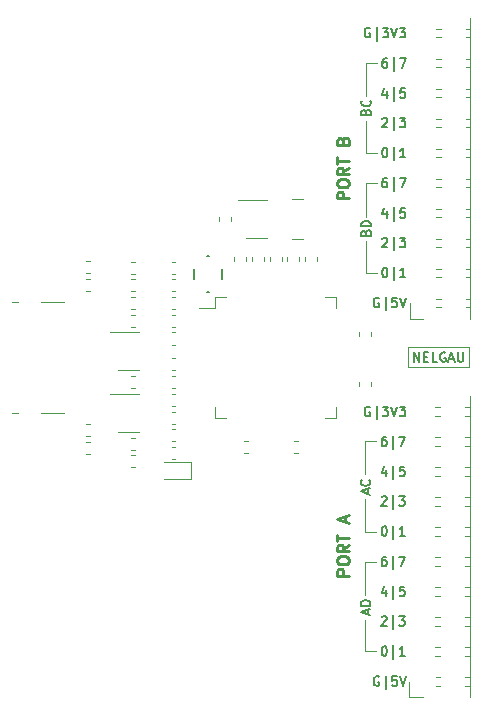
<source format=gbr>
G04 #@! TF.GenerationSoftware,KiCad,Pcbnew,(5.1.6-0-10_14)*
G04 #@! TF.CreationDate,2020-09-25T04:26:35-07:00*
G04 #@! TF.ProjectId,FT2232H_USB-C_to_2x10_1.27_F_RA,46543232-3332-4485-9f55-53422d435f74,rev?*
G04 #@! TF.SameCoordinates,Original*
G04 #@! TF.FileFunction,Legend,Top*
G04 #@! TF.FilePolarity,Positive*
%FSLAX46Y46*%
G04 Gerber Fmt 4.6, Leading zero omitted, Abs format (unit mm)*
G04 Created by KiCad (PCBNEW (5.1.6-0-10_14)) date 2020-09-25 04:26:35*
%MOMM*%
%LPD*%
G01*
G04 APERTURE LIST*
%ADD10C,0.250000*%
%ADD11C,0.120000*%
%ADD12C,0.153000*%
%ADD13C,0.150000*%
%ADD14C,0.200000*%
G04 APERTURE END LIST*
D10*
X167202380Y-115504190D02*
X166202380Y-115504190D01*
X166202380Y-115123238D01*
X166250000Y-115028000D01*
X166297619Y-114980380D01*
X166392857Y-114932761D01*
X166535714Y-114932761D01*
X166630952Y-114980380D01*
X166678571Y-115028000D01*
X166726190Y-115123238D01*
X166726190Y-115504190D01*
X166202380Y-114313714D02*
X166202380Y-114123238D01*
X166250000Y-114028000D01*
X166345238Y-113932761D01*
X166535714Y-113885142D01*
X166869047Y-113885142D01*
X167059523Y-113932761D01*
X167154761Y-114028000D01*
X167202380Y-114123238D01*
X167202380Y-114313714D01*
X167154761Y-114408952D01*
X167059523Y-114504190D01*
X166869047Y-114551809D01*
X166535714Y-114551809D01*
X166345238Y-114504190D01*
X166250000Y-114408952D01*
X166202380Y-114313714D01*
X167202380Y-112885142D02*
X166726190Y-113218476D01*
X167202380Y-113456571D02*
X166202380Y-113456571D01*
X166202380Y-113075619D01*
X166250000Y-112980380D01*
X166297619Y-112932761D01*
X166392857Y-112885142D01*
X166535714Y-112885142D01*
X166630952Y-112932761D01*
X166678571Y-112980380D01*
X166726190Y-113075619D01*
X166726190Y-113456571D01*
X166202380Y-112599428D02*
X166202380Y-112028000D01*
X167202380Y-112313714D02*
X166202380Y-112313714D01*
X166916666Y-110980380D02*
X166916666Y-110504190D01*
X167202380Y-111075619D02*
X166202380Y-110742285D01*
X167202380Y-110408952D01*
X167202380Y-83575619D02*
X166202380Y-83575619D01*
X166202380Y-83194666D01*
X166250000Y-83099428D01*
X166297619Y-83051809D01*
X166392857Y-83004190D01*
X166535714Y-83004190D01*
X166630952Y-83051809D01*
X166678571Y-83099428D01*
X166726190Y-83194666D01*
X166726190Y-83575619D01*
X166202380Y-82385142D02*
X166202380Y-82194666D01*
X166250000Y-82099428D01*
X166345238Y-82004190D01*
X166535714Y-81956571D01*
X166869047Y-81956571D01*
X167059523Y-82004190D01*
X167154761Y-82099428D01*
X167202380Y-82194666D01*
X167202380Y-82385142D01*
X167154761Y-82480380D01*
X167059523Y-82575619D01*
X166869047Y-82623238D01*
X166535714Y-82623238D01*
X166345238Y-82575619D01*
X166250000Y-82480380D01*
X166202380Y-82385142D01*
X167202380Y-80956571D02*
X166726190Y-81289904D01*
X167202380Y-81528000D02*
X166202380Y-81528000D01*
X166202380Y-81147047D01*
X166250000Y-81051809D01*
X166297619Y-81004190D01*
X166392857Y-80956571D01*
X166535714Y-80956571D01*
X166630952Y-81004190D01*
X166678571Y-81051809D01*
X166726190Y-81147047D01*
X166726190Y-81528000D01*
X166202380Y-80670857D02*
X166202380Y-80099428D01*
X167202380Y-80385142D02*
X166202380Y-80385142D01*
X166678571Y-78670857D02*
X166726190Y-78528000D01*
X166773809Y-78480380D01*
X166869047Y-78432761D01*
X167011904Y-78432761D01*
X167107142Y-78480380D01*
X167154761Y-78528000D01*
X167202380Y-78623238D01*
X167202380Y-79004190D01*
X166202380Y-79004190D01*
X166202380Y-78670857D01*
X166250000Y-78575619D01*
X166297619Y-78528000D01*
X166392857Y-78480380D01*
X166488095Y-78480380D01*
X166583333Y-78528000D01*
X166630952Y-78575619D01*
X166678571Y-78670857D01*
X166678571Y-79004190D01*
D11*
X168600000Y-114328000D02*
X169500000Y-114328000D01*
X168600000Y-106928000D02*
X168600000Y-104128000D01*
X168600000Y-121928000D02*
X169500000Y-121928000D01*
X168600000Y-104128000D02*
X169500000Y-104128000D01*
X168600000Y-111778000D02*
X169500000Y-111778000D01*
X168600000Y-117178000D02*
X168600000Y-114328000D01*
X168600000Y-109028000D02*
X168600000Y-111778000D01*
X168600000Y-119228000D02*
X168600000Y-121928000D01*
D12*
X169967216Y-108866095D02*
X170005311Y-108828000D01*
X170081502Y-108789904D01*
X170271978Y-108789904D01*
X170348169Y-108828000D01*
X170386264Y-108866095D01*
X170424359Y-108942285D01*
X170424359Y-109018476D01*
X170386264Y-109132761D01*
X169929121Y-109589904D01*
X170424359Y-109589904D01*
X170957692Y-109856571D02*
X170957692Y-108713714D01*
X171452930Y-108789904D02*
X171948169Y-108789904D01*
X171681502Y-109094666D01*
X171795788Y-109094666D01*
X171871978Y-109132761D01*
X171910073Y-109170857D01*
X171948169Y-109247047D01*
X171948169Y-109437523D01*
X171910073Y-109513714D01*
X171871978Y-109551809D01*
X171795788Y-109589904D01*
X171567216Y-109589904D01*
X171491026Y-109551809D01*
X171452930Y-109513714D01*
X170348169Y-103739904D02*
X170195788Y-103739904D01*
X170119597Y-103778000D01*
X170081502Y-103816095D01*
X170005311Y-103930380D01*
X169967216Y-104082761D01*
X169967216Y-104387523D01*
X170005311Y-104463714D01*
X170043407Y-104501809D01*
X170119597Y-104539904D01*
X170271978Y-104539904D01*
X170348169Y-104501809D01*
X170386264Y-104463714D01*
X170424359Y-104387523D01*
X170424359Y-104197047D01*
X170386264Y-104120857D01*
X170348169Y-104082761D01*
X170271978Y-104044666D01*
X170119597Y-104044666D01*
X170043407Y-104082761D01*
X170005311Y-104120857D01*
X169967216Y-104197047D01*
X170957692Y-104806571D02*
X170957692Y-103663714D01*
X171452930Y-103739904D02*
X171986264Y-103739904D01*
X171643407Y-104539904D01*
D13*
X168783333Y-118768476D02*
X168783333Y-118387523D01*
X169011904Y-118844666D02*
X168211904Y-118578000D01*
X169011904Y-118311333D01*
X169011904Y-118044666D02*
X168211904Y-118044666D01*
X168211904Y-117854190D01*
X168250000Y-117739904D01*
X168326190Y-117663714D01*
X168402380Y-117625619D01*
X168554761Y-117587523D01*
X168669047Y-117587523D01*
X168821428Y-117625619D01*
X168897619Y-117663714D01*
X168973809Y-117739904D01*
X169011904Y-117854190D01*
X169011904Y-118044666D01*
D12*
X170157692Y-121489904D02*
X170233883Y-121489904D01*
X170310073Y-121528000D01*
X170348169Y-121566095D01*
X170386264Y-121642285D01*
X170424359Y-121794666D01*
X170424359Y-121985142D01*
X170386264Y-122137523D01*
X170348169Y-122213714D01*
X170310073Y-122251809D01*
X170233883Y-122289904D01*
X170157692Y-122289904D01*
X170081502Y-122251809D01*
X170043407Y-122213714D01*
X170005311Y-122137523D01*
X169967216Y-121985142D01*
X169967216Y-121794666D01*
X170005311Y-121642285D01*
X170043407Y-121566095D01*
X170081502Y-121528000D01*
X170157692Y-121489904D01*
X170957692Y-122556571D02*
X170957692Y-121413714D01*
X171948169Y-122289904D02*
X171491026Y-122289904D01*
X171719597Y-122289904D02*
X171719597Y-121489904D01*
X171643407Y-121604190D01*
X171567216Y-121680380D01*
X171491026Y-121718476D01*
D13*
X168783333Y-108568476D02*
X168783333Y-108187523D01*
X169011904Y-108644666D02*
X168211904Y-108378000D01*
X169011904Y-108111333D01*
X168935714Y-107387523D02*
X168973809Y-107425619D01*
X169011904Y-107539904D01*
X169011904Y-107616095D01*
X168973809Y-107730380D01*
X168897619Y-107806571D01*
X168821428Y-107844666D01*
X168669047Y-107882761D01*
X168554761Y-107882761D01*
X168402380Y-107844666D01*
X168326190Y-107806571D01*
X168250000Y-107730380D01*
X168211904Y-107616095D01*
X168211904Y-107539904D01*
X168250000Y-107425619D01*
X168288095Y-107387523D01*
D12*
X170348169Y-106556571D02*
X170348169Y-107089904D01*
X170157692Y-106251809D02*
X169967216Y-106823238D01*
X170462454Y-106823238D01*
X170957692Y-107356571D02*
X170957692Y-106213714D01*
X171910073Y-106289904D02*
X171529121Y-106289904D01*
X171491026Y-106670857D01*
X171529121Y-106632761D01*
X171605311Y-106594666D01*
X171795788Y-106594666D01*
X171871978Y-106632761D01*
X171910073Y-106670857D01*
X171948169Y-106747047D01*
X171948169Y-106937523D01*
X171910073Y-107013714D01*
X171871978Y-107051809D01*
X171795788Y-107089904D01*
X171605311Y-107089904D01*
X171529121Y-107051809D01*
X171491026Y-107013714D01*
X170348169Y-116706571D02*
X170348169Y-117239904D01*
X170157692Y-116401809D02*
X169967216Y-116973238D01*
X170462454Y-116973238D01*
X170957692Y-117506571D02*
X170957692Y-116363714D01*
X171910073Y-116439904D02*
X171529121Y-116439904D01*
X171491026Y-116820857D01*
X171529121Y-116782761D01*
X171605311Y-116744666D01*
X171795788Y-116744666D01*
X171871978Y-116782761D01*
X171910073Y-116820857D01*
X171948169Y-116897047D01*
X171948169Y-117087523D01*
X171910073Y-117163714D01*
X171871978Y-117201809D01*
X171795788Y-117239904D01*
X171605311Y-117239904D01*
X171529121Y-117201809D01*
X171491026Y-117163714D01*
X169967216Y-119016095D02*
X170005311Y-118978000D01*
X170081502Y-118939904D01*
X170271978Y-118939904D01*
X170348169Y-118978000D01*
X170386264Y-119016095D01*
X170424359Y-119092285D01*
X170424359Y-119168476D01*
X170386264Y-119282761D01*
X169929121Y-119739904D01*
X170424359Y-119739904D01*
X170957692Y-120006571D02*
X170957692Y-118863714D01*
X171452930Y-118939904D02*
X171948169Y-118939904D01*
X171681502Y-119244666D01*
X171795788Y-119244666D01*
X171871978Y-119282761D01*
X171910073Y-119320857D01*
X171948169Y-119397047D01*
X171948169Y-119587523D01*
X171910073Y-119663714D01*
X171871978Y-119701809D01*
X171795788Y-119739904D01*
X171567216Y-119739904D01*
X171491026Y-119701809D01*
X171452930Y-119663714D01*
X170157692Y-111339904D02*
X170233883Y-111339904D01*
X170310073Y-111378000D01*
X170348169Y-111416095D01*
X170386264Y-111492285D01*
X170424359Y-111644666D01*
X170424359Y-111835142D01*
X170386264Y-111987523D01*
X170348169Y-112063714D01*
X170310073Y-112101809D01*
X170233883Y-112139904D01*
X170157692Y-112139904D01*
X170081502Y-112101809D01*
X170043407Y-112063714D01*
X170005311Y-111987523D01*
X169967216Y-111835142D01*
X169967216Y-111644666D01*
X170005311Y-111492285D01*
X170043407Y-111416095D01*
X170081502Y-111378000D01*
X170157692Y-111339904D01*
X170957692Y-112406571D02*
X170957692Y-111263714D01*
X171948169Y-112139904D02*
X171491026Y-112139904D01*
X171719597Y-112139904D02*
X171719597Y-111339904D01*
X171643407Y-111454190D01*
X171567216Y-111530380D01*
X171491026Y-111568476D01*
X170348169Y-113889904D02*
X170195788Y-113889904D01*
X170119597Y-113928000D01*
X170081502Y-113966095D01*
X170005311Y-114080380D01*
X169967216Y-114232761D01*
X169967216Y-114537523D01*
X170005311Y-114613714D01*
X170043407Y-114651809D01*
X170119597Y-114689904D01*
X170271978Y-114689904D01*
X170348169Y-114651809D01*
X170386264Y-114613714D01*
X170424359Y-114537523D01*
X170424359Y-114347047D01*
X170386264Y-114270857D01*
X170348169Y-114232761D01*
X170271978Y-114194666D01*
X170119597Y-114194666D01*
X170043407Y-114232761D01*
X170005311Y-114270857D01*
X169967216Y-114347047D01*
X170957692Y-114956571D02*
X170957692Y-113813714D01*
X171452930Y-113889904D02*
X171986264Y-113889904D01*
X171643407Y-114689904D01*
D11*
X168650000Y-89878000D02*
X169550000Y-89878000D01*
X168650000Y-87178000D02*
X168650000Y-89878000D01*
X168650000Y-82278000D02*
X169550000Y-82278000D01*
X168650000Y-85128000D02*
X168650000Y-82278000D01*
X168650000Y-79728000D02*
X169550000Y-79728000D01*
X168650000Y-76978000D02*
X168650000Y-79728000D01*
X168650000Y-72078000D02*
X169550000Y-72078000D01*
X168650000Y-74878000D02*
X168650000Y-72078000D01*
D13*
X168642857Y-86470857D02*
X168680952Y-86356571D01*
X168719047Y-86318476D01*
X168795238Y-86280380D01*
X168909523Y-86280380D01*
X168985714Y-86318476D01*
X169023809Y-86356571D01*
X169061904Y-86432761D01*
X169061904Y-86737523D01*
X168261904Y-86737523D01*
X168261904Y-86470857D01*
X168300000Y-86394666D01*
X168338095Y-86356571D01*
X168414285Y-86318476D01*
X168490476Y-86318476D01*
X168566666Y-86356571D01*
X168604761Y-86394666D01*
X168642857Y-86470857D01*
X168642857Y-86737523D01*
X169061904Y-85937523D02*
X168261904Y-85937523D01*
X168261904Y-85747047D01*
X168300000Y-85632761D01*
X168376190Y-85556571D01*
X168452380Y-85518476D01*
X168604761Y-85480380D01*
X168719047Y-85480380D01*
X168871428Y-85518476D01*
X168947619Y-85556571D01*
X169023809Y-85632761D01*
X169061904Y-85747047D01*
X169061904Y-85937523D01*
X168642857Y-76270857D02*
X168680952Y-76156571D01*
X168719047Y-76118476D01*
X168795238Y-76080380D01*
X168909523Y-76080380D01*
X168985714Y-76118476D01*
X169023809Y-76156571D01*
X169061904Y-76232761D01*
X169061904Y-76537523D01*
X168261904Y-76537523D01*
X168261904Y-76270857D01*
X168300000Y-76194666D01*
X168338095Y-76156571D01*
X168414285Y-76118476D01*
X168490476Y-76118476D01*
X168566666Y-76156571D01*
X168604761Y-76194666D01*
X168642857Y-76270857D01*
X168642857Y-76537523D01*
X168985714Y-75280380D02*
X169023809Y-75318476D01*
X169061904Y-75432761D01*
X169061904Y-75508952D01*
X169023809Y-75623238D01*
X168947619Y-75699428D01*
X168871428Y-75737523D01*
X168719047Y-75775619D01*
X168604761Y-75775619D01*
X168452380Y-75737523D01*
X168376190Y-75699428D01*
X168300000Y-75623238D01*
X168261904Y-75508952D01*
X168261904Y-75432761D01*
X168300000Y-75318476D01*
X168338095Y-75280380D01*
D12*
X169750550Y-124078000D02*
X169674359Y-124039904D01*
X169560073Y-124039904D01*
X169445788Y-124078000D01*
X169369597Y-124154190D01*
X169331502Y-124230380D01*
X169293407Y-124382761D01*
X169293407Y-124497047D01*
X169331502Y-124649428D01*
X169369597Y-124725619D01*
X169445788Y-124801809D01*
X169560073Y-124839904D01*
X169636264Y-124839904D01*
X169750550Y-124801809D01*
X169788645Y-124763714D01*
X169788645Y-124497047D01*
X169636264Y-124497047D01*
X170321978Y-125106571D02*
X170321978Y-123963714D01*
X171274359Y-124039904D02*
X170893407Y-124039904D01*
X170855311Y-124420857D01*
X170893407Y-124382761D01*
X170969597Y-124344666D01*
X171160073Y-124344666D01*
X171236264Y-124382761D01*
X171274359Y-124420857D01*
X171312454Y-124497047D01*
X171312454Y-124687523D01*
X171274359Y-124763714D01*
X171236264Y-124801809D01*
X171160073Y-124839904D01*
X170969597Y-124839904D01*
X170893407Y-124801809D01*
X170855311Y-124763714D01*
X171541026Y-124039904D02*
X171807692Y-124839904D01*
X172074359Y-124039904D01*
X168988645Y-101228000D02*
X168912454Y-101189904D01*
X168798169Y-101189904D01*
X168683883Y-101228000D01*
X168607692Y-101304190D01*
X168569597Y-101380380D01*
X168531502Y-101532761D01*
X168531502Y-101647047D01*
X168569597Y-101799428D01*
X168607692Y-101875619D01*
X168683883Y-101951809D01*
X168798169Y-101989904D01*
X168874359Y-101989904D01*
X168988645Y-101951809D01*
X169026740Y-101913714D01*
X169026740Y-101647047D01*
X168874359Y-101647047D01*
X169560073Y-102256571D02*
X169560073Y-101113714D01*
X170055311Y-101189904D02*
X170550550Y-101189904D01*
X170283883Y-101494666D01*
X170398169Y-101494666D01*
X170474359Y-101532761D01*
X170512454Y-101570857D01*
X170550550Y-101647047D01*
X170550550Y-101837523D01*
X170512454Y-101913714D01*
X170474359Y-101951809D01*
X170398169Y-101989904D01*
X170169597Y-101989904D01*
X170093407Y-101951809D01*
X170055311Y-101913714D01*
X170779121Y-101189904D02*
X171045788Y-101989904D01*
X171312454Y-101189904D01*
X171502930Y-101189904D02*
X171998169Y-101189904D01*
X171731502Y-101494666D01*
X171845788Y-101494666D01*
X171921978Y-101532761D01*
X171960073Y-101570857D01*
X171998169Y-101647047D01*
X171998169Y-101837523D01*
X171960073Y-101913714D01*
X171921978Y-101951809D01*
X171845788Y-101989904D01*
X171617216Y-101989904D01*
X171541026Y-101951809D01*
X171502930Y-101913714D01*
X169750550Y-92028000D02*
X169674359Y-91989904D01*
X169560073Y-91989904D01*
X169445788Y-92028000D01*
X169369597Y-92104190D01*
X169331502Y-92180380D01*
X169293407Y-92332761D01*
X169293407Y-92447047D01*
X169331502Y-92599428D01*
X169369597Y-92675619D01*
X169445788Y-92751809D01*
X169560073Y-92789904D01*
X169636264Y-92789904D01*
X169750550Y-92751809D01*
X169788645Y-92713714D01*
X169788645Y-92447047D01*
X169636264Y-92447047D01*
X170321978Y-93056571D02*
X170321978Y-91913714D01*
X171274359Y-91989904D02*
X170893407Y-91989904D01*
X170855311Y-92370857D01*
X170893407Y-92332761D01*
X170969597Y-92294666D01*
X171160073Y-92294666D01*
X171236264Y-92332761D01*
X171274359Y-92370857D01*
X171312454Y-92447047D01*
X171312454Y-92637523D01*
X171274359Y-92713714D01*
X171236264Y-92751809D01*
X171160073Y-92789904D01*
X170969597Y-92789904D01*
X170893407Y-92751809D01*
X170855311Y-92713714D01*
X171541026Y-91989904D02*
X171807692Y-92789904D01*
X172074359Y-91989904D01*
X168988645Y-69178000D02*
X168912454Y-69139904D01*
X168798169Y-69139904D01*
X168683883Y-69178000D01*
X168607692Y-69254190D01*
X168569597Y-69330380D01*
X168531502Y-69482761D01*
X168531502Y-69597047D01*
X168569597Y-69749428D01*
X168607692Y-69825619D01*
X168683883Y-69901809D01*
X168798169Y-69939904D01*
X168874359Y-69939904D01*
X168988645Y-69901809D01*
X169026740Y-69863714D01*
X169026740Y-69597047D01*
X168874359Y-69597047D01*
X169560073Y-70206571D02*
X169560073Y-69063714D01*
X170055311Y-69139904D02*
X170550550Y-69139904D01*
X170283883Y-69444666D01*
X170398169Y-69444666D01*
X170474359Y-69482761D01*
X170512454Y-69520857D01*
X170550550Y-69597047D01*
X170550550Y-69787523D01*
X170512454Y-69863714D01*
X170474359Y-69901809D01*
X170398169Y-69939904D01*
X170169597Y-69939904D01*
X170093407Y-69901809D01*
X170055311Y-69863714D01*
X170779121Y-69139904D02*
X171045788Y-69939904D01*
X171312454Y-69139904D01*
X171502930Y-69139904D02*
X171998169Y-69139904D01*
X171731502Y-69444666D01*
X171845788Y-69444666D01*
X171921978Y-69482761D01*
X171960073Y-69520857D01*
X171998169Y-69597047D01*
X171998169Y-69787523D01*
X171960073Y-69863714D01*
X171921978Y-69901809D01*
X171845788Y-69939904D01*
X171617216Y-69939904D01*
X171541026Y-69901809D01*
X171502930Y-69863714D01*
X170017216Y-86966095D02*
X170055311Y-86928000D01*
X170131502Y-86889904D01*
X170321978Y-86889904D01*
X170398169Y-86928000D01*
X170436264Y-86966095D01*
X170474359Y-87042285D01*
X170474359Y-87118476D01*
X170436264Y-87232761D01*
X169979121Y-87689904D01*
X170474359Y-87689904D01*
X171007692Y-87956571D02*
X171007692Y-86813714D01*
X171502930Y-86889904D02*
X171998169Y-86889904D01*
X171731502Y-87194666D01*
X171845788Y-87194666D01*
X171921978Y-87232761D01*
X171960073Y-87270857D01*
X171998169Y-87347047D01*
X171998169Y-87537523D01*
X171960073Y-87613714D01*
X171921978Y-87651809D01*
X171845788Y-87689904D01*
X171617216Y-87689904D01*
X171541026Y-87651809D01*
X171502930Y-87613714D01*
X170398169Y-81839904D02*
X170245788Y-81839904D01*
X170169597Y-81878000D01*
X170131502Y-81916095D01*
X170055311Y-82030380D01*
X170017216Y-82182761D01*
X170017216Y-82487523D01*
X170055311Y-82563714D01*
X170093407Y-82601809D01*
X170169597Y-82639904D01*
X170321978Y-82639904D01*
X170398169Y-82601809D01*
X170436264Y-82563714D01*
X170474359Y-82487523D01*
X170474359Y-82297047D01*
X170436264Y-82220857D01*
X170398169Y-82182761D01*
X170321978Y-82144666D01*
X170169597Y-82144666D01*
X170093407Y-82182761D01*
X170055311Y-82220857D01*
X170017216Y-82297047D01*
X171007692Y-82906571D02*
X171007692Y-81763714D01*
X171502930Y-81839904D02*
X172036264Y-81839904D01*
X171693407Y-82639904D01*
X170398169Y-84656571D02*
X170398169Y-85189904D01*
X170207692Y-84351809D02*
X170017216Y-84923238D01*
X170512454Y-84923238D01*
X171007692Y-85456571D02*
X171007692Y-84313714D01*
X171960073Y-84389904D02*
X171579121Y-84389904D01*
X171541026Y-84770857D01*
X171579121Y-84732761D01*
X171655311Y-84694666D01*
X171845788Y-84694666D01*
X171921978Y-84732761D01*
X171960073Y-84770857D01*
X171998169Y-84847047D01*
X171998169Y-85037523D01*
X171960073Y-85113714D01*
X171921978Y-85151809D01*
X171845788Y-85189904D01*
X171655311Y-85189904D01*
X171579121Y-85151809D01*
X171541026Y-85113714D01*
X170207692Y-79289904D02*
X170283883Y-79289904D01*
X170360073Y-79328000D01*
X170398169Y-79366095D01*
X170436264Y-79442285D01*
X170474359Y-79594666D01*
X170474359Y-79785142D01*
X170436264Y-79937523D01*
X170398169Y-80013714D01*
X170360073Y-80051809D01*
X170283883Y-80089904D01*
X170207692Y-80089904D01*
X170131502Y-80051809D01*
X170093407Y-80013714D01*
X170055311Y-79937523D01*
X170017216Y-79785142D01*
X170017216Y-79594666D01*
X170055311Y-79442285D01*
X170093407Y-79366095D01*
X170131502Y-79328000D01*
X170207692Y-79289904D01*
X171007692Y-80356571D02*
X171007692Y-79213714D01*
X171998169Y-80089904D02*
X171541026Y-80089904D01*
X171769597Y-80089904D02*
X171769597Y-79289904D01*
X171693407Y-79404190D01*
X171617216Y-79480380D01*
X171541026Y-79518476D01*
X170017216Y-76816095D02*
X170055311Y-76778000D01*
X170131502Y-76739904D01*
X170321978Y-76739904D01*
X170398169Y-76778000D01*
X170436264Y-76816095D01*
X170474359Y-76892285D01*
X170474359Y-76968476D01*
X170436264Y-77082761D01*
X169979121Y-77539904D01*
X170474359Y-77539904D01*
X171007692Y-77806571D02*
X171007692Y-76663714D01*
X171502930Y-76739904D02*
X171998169Y-76739904D01*
X171731502Y-77044666D01*
X171845788Y-77044666D01*
X171921978Y-77082761D01*
X171960073Y-77120857D01*
X171998169Y-77197047D01*
X171998169Y-77387523D01*
X171960073Y-77463714D01*
X171921978Y-77501809D01*
X171845788Y-77539904D01*
X171617216Y-77539904D01*
X171541026Y-77501809D01*
X171502930Y-77463714D01*
X170398169Y-74506571D02*
X170398169Y-75039904D01*
X170207692Y-74201809D02*
X170017216Y-74773238D01*
X170512454Y-74773238D01*
X171007692Y-75306571D02*
X171007692Y-74163714D01*
X171960073Y-74239904D02*
X171579121Y-74239904D01*
X171541026Y-74620857D01*
X171579121Y-74582761D01*
X171655311Y-74544666D01*
X171845788Y-74544666D01*
X171921978Y-74582761D01*
X171960073Y-74620857D01*
X171998169Y-74697047D01*
X171998169Y-74887523D01*
X171960073Y-74963714D01*
X171921978Y-75001809D01*
X171845788Y-75039904D01*
X171655311Y-75039904D01*
X171579121Y-75001809D01*
X171541026Y-74963714D01*
X170207692Y-89439904D02*
X170283883Y-89439904D01*
X170360073Y-89478000D01*
X170398169Y-89516095D01*
X170436264Y-89592285D01*
X170474359Y-89744666D01*
X170474359Y-89935142D01*
X170436264Y-90087523D01*
X170398169Y-90163714D01*
X170360073Y-90201809D01*
X170283883Y-90239904D01*
X170207692Y-90239904D01*
X170131502Y-90201809D01*
X170093407Y-90163714D01*
X170055311Y-90087523D01*
X170017216Y-89935142D01*
X170017216Y-89744666D01*
X170055311Y-89592285D01*
X170093407Y-89516095D01*
X170131502Y-89478000D01*
X170207692Y-89439904D01*
X171007692Y-90506571D02*
X171007692Y-89363714D01*
X171998169Y-90239904D02*
X171541026Y-90239904D01*
X171769597Y-90239904D02*
X171769597Y-89439904D01*
X171693407Y-89554190D01*
X171617216Y-89630380D01*
X171541026Y-89668476D01*
X170398169Y-71689904D02*
X170245788Y-71689904D01*
X170169597Y-71728000D01*
X170131502Y-71766095D01*
X170055311Y-71880380D01*
X170017216Y-72032761D01*
X170017216Y-72337523D01*
X170055311Y-72413714D01*
X170093407Y-72451809D01*
X170169597Y-72489904D01*
X170321978Y-72489904D01*
X170398169Y-72451809D01*
X170436264Y-72413714D01*
X170474359Y-72337523D01*
X170474359Y-72147047D01*
X170436264Y-72070857D01*
X170398169Y-72032761D01*
X170321978Y-71994666D01*
X170169597Y-71994666D01*
X170093407Y-72032761D01*
X170055311Y-72070857D01*
X170017216Y-72147047D01*
X171007692Y-72756571D02*
X171007692Y-71613714D01*
X171502930Y-71689904D02*
X172036264Y-71689904D01*
X171693407Y-72489904D01*
D11*
X147650000Y-103338000D02*
X149450000Y-103338000D01*
X149450000Y-100118000D02*
X147000000Y-100118000D01*
X152187221Y-103118000D02*
X152512779Y-103118000D01*
X152187221Y-104138000D02*
X152512779Y-104138000D01*
X143100000Y-101728000D02*
X141100000Y-101728000D01*
X139200000Y-101728000D02*
X138700000Y-101728000D01*
X143100000Y-92328000D02*
X141100000Y-92328000D01*
X139200000Y-92328000D02*
X138700000Y-92328000D01*
X144937221Y-90368000D02*
X145262779Y-90368000D01*
X144937221Y-91388000D02*
X145262779Y-91388000D01*
X144937221Y-88868000D02*
X145262779Y-88868000D01*
X144937221Y-89888000D02*
X145262779Y-89888000D01*
X177494000Y-92802000D02*
X177084000Y-92802000D01*
X174984000Y-92802000D02*
X174604000Y-92802000D01*
X177494000Y-92082000D02*
X177084000Y-92082000D01*
X174984000Y-92082000D02*
X174604000Y-92082000D01*
X177494000Y-90262000D02*
X177084000Y-90262000D01*
X174984000Y-90262000D02*
X174544000Y-90262000D01*
X177494000Y-89542000D02*
X177084000Y-89542000D01*
X174984000Y-89542000D02*
X174544000Y-89542000D01*
X177494000Y-87722000D02*
X177084000Y-87722000D01*
X174984000Y-87722000D02*
X174544000Y-87722000D01*
X177494000Y-87002000D02*
X177084000Y-87002000D01*
X174984000Y-87002000D02*
X174544000Y-87002000D01*
X177494000Y-85182000D02*
X177084000Y-85182000D01*
X174984000Y-85182000D02*
X174544000Y-85182000D01*
X177494000Y-84462000D02*
X177084000Y-84462000D01*
X174984000Y-84462000D02*
X174544000Y-84462000D01*
X177494000Y-82642000D02*
X177084000Y-82642000D01*
X174984000Y-82642000D02*
X174544000Y-82642000D01*
X177494000Y-81922000D02*
X177084000Y-81922000D01*
X174984000Y-81922000D02*
X174544000Y-81922000D01*
X177494000Y-80102000D02*
X177084000Y-80102000D01*
X174984000Y-80102000D02*
X174544000Y-80102000D01*
X177494000Y-79382000D02*
X177084000Y-79382000D01*
X174984000Y-79382000D02*
X174544000Y-79382000D01*
X177494000Y-77562000D02*
X177084000Y-77562000D01*
X174984000Y-77562000D02*
X174544000Y-77562000D01*
X177494000Y-76842000D02*
X177084000Y-76842000D01*
X174984000Y-76842000D02*
X174544000Y-76842000D01*
X177494000Y-75022000D02*
X177084000Y-75022000D01*
X174984000Y-75022000D02*
X174544000Y-75022000D01*
X177494000Y-74302000D02*
X177084000Y-74302000D01*
X174984000Y-74302000D02*
X174544000Y-74302000D01*
X177494000Y-72482000D02*
X177084000Y-72482000D01*
X174984000Y-72482000D02*
X174544000Y-72482000D01*
X177494000Y-71762000D02*
X177084000Y-71762000D01*
X174984000Y-71762000D02*
X174544000Y-71762000D01*
X177494000Y-69942000D02*
X177084000Y-69942000D01*
X174984000Y-69942000D02*
X174544000Y-69942000D01*
X177494000Y-69222000D02*
X177084000Y-69222000D01*
X174984000Y-69222000D02*
X174544000Y-69222000D01*
X177494000Y-93772000D02*
X177494000Y-68252000D01*
X172384000Y-93772000D02*
X172384000Y-92442000D01*
X173494000Y-93772000D02*
X172384000Y-93772000D01*
X177444000Y-124834000D02*
X177034000Y-124834000D01*
X174934000Y-124834000D02*
X174554000Y-124834000D01*
X177444000Y-124114000D02*
X177034000Y-124114000D01*
X174934000Y-124114000D02*
X174554000Y-124114000D01*
X177444000Y-122294000D02*
X177034000Y-122294000D01*
X174934000Y-122294000D02*
X174494000Y-122294000D01*
X177444000Y-121574000D02*
X177034000Y-121574000D01*
X174934000Y-121574000D02*
X174494000Y-121574000D01*
X177444000Y-119754000D02*
X177034000Y-119754000D01*
X174934000Y-119754000D02*
X174494000Y-119754000D01*
X177444000Y-119034000D02*
X177034000Y-119034000D01*
X174934000Y-119034000D02*
X174494000Y-119034000D01*
X177444000Y-117214000D02*
X177034000Y-117214000D01*
X174934000Y-117214000D02*
X174494000Y-117214000D01*
X177444000Y-116494000D02*
X177034000Y-116494000D01*
X174934000Y-116494000D02*
X174494000Y-116494000D01*
X177444000Y-114674000D02*
X177034000Y-114674000D01*
X174934000Y-114674000D02*
X174494000Y-114674000D01*
X177444000Y-113954000D02*
X177034000Y-113954000D01*
X174934000Y-113954000D02*
X174494000Y-113954000D01*
X177444000Y-112134000D02*
X177034000Y-112134000D01*
X174934000Y-112134000D02*
X174494000Y-112134000D01*
X177444000Y-111414000D02*
X177034000Y-111414000D01*
X174934000Y-111414000D02*
X174494000Y-111414000D01*
X177444000Y-109594000D02*
X177034000Y-109594000D01*
X174934000Y-109594000D02*
X174494000Y-109594000D01*
X177444000Y-108874000D02*
X177034000Y-108874000D01*
X174934000Y-108874000D02*
X174494000Y-108874000D01*
X177444000Y-107054000D02*
X177034000Y-107054000D01*
X174934000Y-107054000D02*
X174494000Y-107054000D01*
X177444000Y-106334000D02*
X177034000Y-106334000D01*
X174934000Y-106334000D02*
X174494000Y-106334000D01*
X177444000Y-104514000D02*
X177034000Y-104514000D01*
X174934000Y-104514000D02*
X174494000Y-104514000D01*
X177444000Y-103794000D02*
X177034000Y-103794000D01*
X174934000Y-103794000D02*
X174494000Y-103794000D01*
X177444000Y-101974000D02*
X177034000Y-101974000D01*
X174934000Y-101974000D02*
X174494000Y-101974000D01*
X177444000Y-101254000D02*
X177034000Y-101254000D01*
X174934000Y-101254000D02*
X174494000Y-101254000D01*
X177444000Y-125804000D02*
X177444000Y-100284000D01*
X172334000Y-125804000D02*
X172334000Y-124474000D01*
X173444000Y-125804000D02*
X172334000Y-125804000D01*
X172200000Y-96178000D02*
X177400000Y-96178000D01*
X172200000Y-97878000D02*
X177400000Y-97878000D01*
X172200000Y-96178000D02*
X172200000Y-97878000D01*
X177400000Y-96178000D02*
X177400000Y-97878000D01*
X163358147Y-87017010D02*
X162358147Y-87017010D01*
X163358147Y-83657010D02*
X162358147Y-83657010D01*
D14*
X155400000Y-91478000D02*
X155200000Y-91478000D01*
X155400000Y-88478000D02*
X155200000Y-88478000D01*
X156500000Y-89578000D02*
X156500000Y-90378000D01*
X154100000Y-89578000D02*
X154100000Y-90378000D01*
D11*
X147650000Y-98138000D02*
X149450000Y-98138000D01*
X149450000Y-94918000D02*
X147000000Y-94918000D01*
X158458147Y-86947009D02*
X160258147Y-86947009D01*
X160258147Y-83727009D02*
X157808147Y-83727009D01*
X165160000Y-102138000D02*
X166110000Y-102138000D01*
X166110000Y-102138000D02*
X166110000Y-101188000D01*
X156840000Y-102138000D02*
X155890000Y-102138000D01*
X155890000Y-102138000D02*
X155890000Y-101188000D01*
X165160000Y-91918000D02*
X166110000Y-91918000D01*
X166110000Y-91918000D02*
X166110000Y-92868000D01*
X156840000Y-91918000D02*
X155890000Y-91918000D01*
X155890000Y-91918000D02*
X155890000Y-92868000D01*
X155890000Y-92868000D02*
X154550000Y-92868000D01*
X149112779Y-106338000D02*
X148787221Y-106338000D01*
X149112779Y-105318000D02*
X148787221Y-105318000D01*
X158990000Y-88890779D02*
X158990000Y-88565221D01*
X160010000Y-88890779D02*
X160010000Y-88565221D01*
X152512779Y-95938000D02*
X152187221Y-95938000D01*
X152512779Y-94918000D02*
X152187221Y-94918000D01*
X152512779Y-105638000D02*
X152187221Y-105638000D01*
X152512779Y-104618000D02*
X152187221Y-104618000D01*
X144937221Y-104168000D02*
X145262779Y-104168000D01*
X144937221Y-105188000D02*
X145262779Y-105188000D01*
X152512779Y-102638000D02*
X152187221Y-102638000D01*
X152512779Y-101618000D02*
X152187221Y-101618000D01*
X152512779Y-91438000D02*
X152187221Y-91438000D01*
X152512779Y-90418000D02*
X152187221Y-90418000D01*
X149112779Y-92938000D02*
X148787221Y-92938000D01*
X149112779Y-91918000D02*
X148787221Y-91918000D01*
X151550000Y-107363000D02*
X153835000Y-107363000D01*
X153835000Y-107363000D02*
X153835000Y-105893000D01*
X153835000Y-105893000D02*
X151550000Y-105893000D01*
X152512779Y-98138000D02*
X152187221Y-98138000D01*
X152512779Y-97118000D02*
X152187221Y-97118000D01*
X152512779Y-101138000D02*
X152187221Y-101138000D01*
X152512779Y-100118000D02*
X152187221Y-100118000D01*
X148787221Y-103818000D02*
X149112779Y-103818000D01*
X148787221Y-104838000D02*
X149112779Y-104838000D01*
X148787221Y-98618000D02*
X149112779Y-98618000D01*
X148787221Y-99638000D02*
X149112779Y-99638000D01*
X157490000Y-88890779D02*
X157490000Y-88565221D01*
X158510000Y-88890779D02*
X158510000Y-88565221D01*
X169060000Y-99115221D02*
X169060000Y-99440779D01*
X168040000Y-99115221D02*
X168040000Y-99440779D01*
X152512779Y-99638000D02*
X152187221Y-99638000D01*
X152512779Y-98618000D02*
X152187221Y-98618000D01*
X152512779Y-94438000D02*
X152187221Y-94438000D01*
X152512779Y-93418000D02*
X152187221Y-93418000D01*
X152512779Y-92938000D02*
X152187221Y-92938000D01*
X152512779Y-91918000D02*
X152187221Y-91918000D01*
X160490000Y-88890779D02*
X160490000Y-88565221D01*
X161510000Y-88890779D02*
X161510000Y-88565221D01*
X168040000Y-95190779D02*
X168040000Y-94865221D01*
X169060000Y-95190779D02*
X169060000Y-94865221D01*
X162912779Y-105088000D02*
X162587221Y-105088000D01*
X162912779Y-104068000D02*
X162587221Y-104068000D01*
X158662779Y-105088000D02*
X158337221Y-105088000D01*
X158662779Y-104068000D02*
X158337221Y-104068000D01*
X152512779Y-89938000D02*
X152187221Y-89938000D01*
X152512779Y-88918000D02*
X152187221Y-88918000D01*
X157210000Y-85165221D02*
X157210000Y-85490779D01*
X156190000Y-85165221D02*
X156190000Y-85490779D01*
X144937221Y-102668000D02*
X145262779Y-102668000D01*
X144937221Y-103688000D02*
X145262779Y-103688000D01*
X148787221Y-90418000D02*
X149112779Y-90418000D01*
X148787221Y-91438000D02*
X149112779Y-91438000D01*
X148787221Y-88918000D02*
X149112779Y-88918000D01*
X148787221Y-89938000D02*
X149112779Y-89938000D01*
X148787221Y-93418000D02*
X149112779Y-93418000D01*
X148787221Y-94438000D02*
X149112779Y-94438000D01*
X163490000Y-88890779D02*
X163490000Y-88565221D01*
X164510000Y-88890779D02*
X164510000Y-88565221D01*
X161990000Y-88890779D02*
X161990000Y-88565221D01*
X163010000Y-88890779D02*
X163010000Y-88565221D01*
D13*
X172723809Y-97389904D02*
X172723809Y-96589904D01*
X173180952Y-97389904D01*
X173180952Y-96589904D01*
X173561904Y-96970857D02*
X173828571Y-96970857D01*
X173942857Y-97389904D02*
X173561904Y-97389904D01*
X173561904Y-96589904D01*
X173942857Y-96589904D01*
X174666666Y-97389904D02*
X174285714Y-97389904D01*
X174285714Y-96589904D01*
X175352380Y-96628000D02*
X175276190Y-96589904D01*
X175161904Y-96589904D01*
X175047619Y-96628000D01*
X174971428Y-96704190D01*
X174933333Y-96780380D01*
X174895238Y-96932761D01*
X174895238Y-97047047D01*
X174933333Y-97199428D01*
X174971428Y-97275619D01*
X175047619Y-97351809D01*
X175161904Y-97389904D01*
X175238095Y-97389904D01*
X175352380Y-97351809D01*
X175390476Y-97313714D01*
X175390476Y-97047047D01*
X175238095Y-97047047D01*
X175695238Y-97161333D02*
X176076190Y-97161333D01*
X175619047Y-97389904D02*
X175885714Y-96589904D01*
X176152380Y-97389904D01*
X176419047Y-96589904D02*
X176419047Y-97237523D01*
X176457142Y-97313714D01*
X176495238Y-97351809D01*
X176571428Y-97389904D01*
X176723809Y-97389904D01*
X176800000Y-97351809D01*
X176838095Y-97313714D01*
X176876190Y-97237523D01*
X176876190Y-96589904D01*
M02*

</source>
